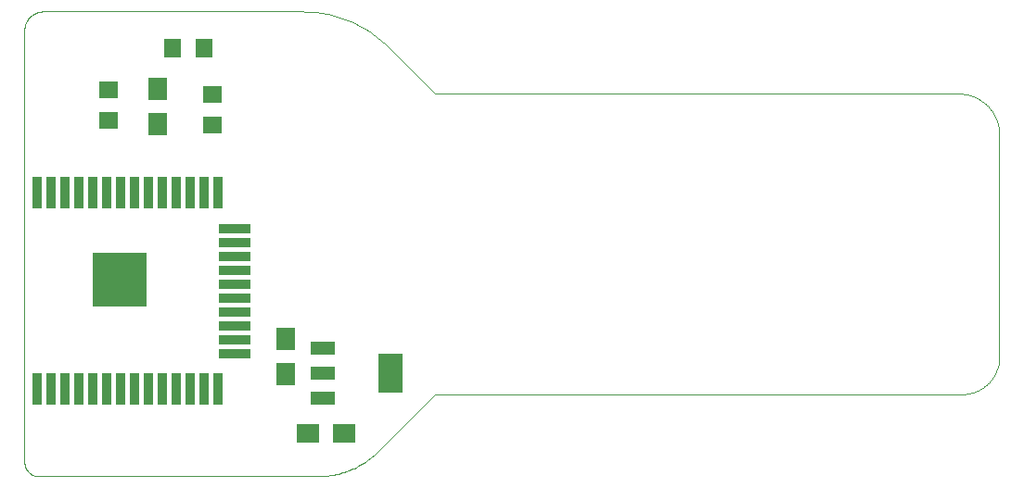
<source format=gbp>
G75*
%MOIN*%
%OFA0B0*%
%FSLAX25Y25*%
%IPPOS*%
%LPD*%
%AMOC8*
5,1,8,0,0,1.08239X$1,22.5*
%
%ADD10C,0.00000*%
%ADD11R,0.03543X0.11811*%
%ADD12R,0.11811X0.03543*%
%ADD13R,0.19685X0.19685*%
%ADD14R,0.07087X0.06299*%
%ADD15R,0.06299X0.07098*%
%ADD16R,0.08800X0.04800*%
%ADD17R,0.08661X0.14173*%
%ADD18R,0.08465X0.07087*%
%ADD19R,0.07087X0.08465*%
D10*
X0031261Y0021669D02*
X0131325Y0021669D01*
X0153242Y0030748D02*
X0173691Y0051197D01*
X0362808Y0051197D01*
X0362808Y0051196D02*
X0363138Y0051200D01*
X0363467Y0051212D01*
X0363796Y0051232D01*
X0364124Y0051260D01*
X0364452Y0051295D01*
X0364779Y0051339D01*
X0365104Y0051391D01*
X0365428Y0051450D01*
X0365751Y0051517D01*
X0366072Y0051592D01*
X0366391Y0051675D01*
X0366708Y0051765D01*
X0367023Y0051864D01*
X0367335Y0051969D01*
X0367644Y0052082D01*
X0367951Y0052203D01*
X0368255Y0052331D01*
X0368555Y0052466D01*
X0368853Y0052609D01*
X0369146Y0052758D01*
X0369436Y0052915D01*
X0369722Y0053079D01*
X0370004Y0053249D01*
X0370282Y0053426D01*
X0370556Y0053610D01*
X0370825Y0053801D01*
X0371089Y0053998D01*
X0371349Y0054201D01*
X0371603Y0054410D01*
X0371852Y0054626D01*
X0372096Y0054848D01*
X0372335Y0055075D01*
X0372568Y0055308D01*
X0372795Y0055547D01*
X0373017Y0055791D01*
X0373233Y0056040D01*
X0373442Y0056294D01*
X0373645Y0056554D01*
X0373842Y0056818D01*
X0374033Y0057087D01*
X0374217Y0057361D01*
X0374394Y0057639D01*
X0374564Y0057921D01*
X0374728Y0058207D01*
X0374885Y0058497D01*
X0375034Y0058790D01*
X0375177Y0059088D01*
X0375312Y0059388D01*
X0375440Y0059692D01*
X0375561Y0059999D01*
X0375674Y0060308D01*
X0375779Y0060620D01*
X0375878Y0060935D01*
X0375968Y0061252D01*
X0376051Y0061571D01*
X0376126Y0061892D01*
X0376193Y0062215D01*
X0376252Y0062539D01*
X0376304Y0062864D01*
X0376348Y0063191D01*
X0376383Y0063519D01*
X0376411Y0063847D01*
X0376431Y0064176D01*
X0376443Y0064505D01*
X0376447Y0064835D01*
X0376447Y0144657D01*
X0376443Y0145015D01*
X0376430Y0145372D01*
X0376408Y0145730D01*
X0376378Y0146086D01*
X0376339Y0146442D01*
X0376292Y0146797D01*
X0376236Y0147150D01*
X0376171Y0147502D01*
X0376098Y0147852D01*
X0376017Y0148201D01*
X0375927Y0148547D01*
X0375829Y0148891D01*
X0375722Y0149233D01*
X0375608Y0149572D01*
X0375485Y0149908D01*
X0375354Y0150241D01*
X0375215Y0150571D01*
X0375068Y0150897D01*
X0374913Y0151220D01*
X0374751Y0151539D01*
X0374581Y0151853D01*
X0374403Y0152164D01*
X0374218Y0152470D01*
X0374025Y0152772D01*
X0373826Y0153069D01*
X0373619Y0153361D01*
X0373405Y0153648D01*
X0373184Y0153930D01*
X0372957Y0154206D01*
X0372723Y0154477D01*
X0372482Y0154741D01*
X0372236Y0155001D01*
X0371983Y0155254D01*
X0371723Y0155500D01*
X0371459Y0155741D01*
X0371188Y0155975D01*
X0370912Y0156202D01*
X0370630Y0156423D01*
X0370343Y0156637D01*
X0370051Y0156844D01*
X0369754Y0157043D01*
X0369452Y0157236D01*
X0369146Y0157421D01*
X0368835Y0157599D01*
X0368521Y0157769D01*
X0368202Y0157931D01*
X0367879Y0158086D01*
X0367553Y0158233D01*
X0367223Y0158372D01*
X0366890Y0158503D01*
X0366554Y0158626D01*
X0366215Y0158740D01*
X0365873Y0158847D01*
X0365529Y0158945D01*
X0365183Y0159035D01*
X0364834Y0159116D01*
X0364484Y0159189D01*
X0364132Y0159254D01*
X0363779Y0159310D01*
X0363424Y0159357D01*
X0363068Y0159396D01*
X0362712Y0159426D01*
X0362354Y0159448D01*
X0361997Y0159461D01*
X0361639Y0159465D01*
X0173691Y0159465D01*
X0157002Y0176154D01*
X0126007Y0188992D02*
X0032774Y0188992D01*
X0032612Y0188990D01*
X0032449Y0188984D01*
X0032287Y0188974D01*
X0032125Y0188961D01*
X0031964Y0188943D01*
X0031803Y0188921D01*
X0031642Y0188896D01*
X0031483Y0188867D01*
X0031324Y0188834D01*
X0031166Y0188797D01*
X0031008Y0188756D01*
X0030852Y0188711D01*
X0030697Y0188663D01*
X0030543Y0188611D01*
X0030391Y0188555D01*
X0030240Y0188496D01*
X0030090Y0188433D01*
X0029942Y0188366D01*
X0029795Y0188296D01*
X0029651Y0188222D01*
X0029508Y0188145D01*
X0029367Y0188064D01*
X0029228Y0187980D01*
X0029091Y0187893D01*
X0028956Y0187802D01*
X0028823Y0187708D01*
X0028693Y0187611D01*
X0028565Y0187511D01*
X0028440Y0187408D01*
X0028317Y0187302D01*
X0028197Y0187193D01*
X0028079Y0187081D01*
X0027964Y0186966D01*
X0027852Y0186848D01*
X0027743Y0186728D01*
X0027637Y0186605D01*
X0027534Y0186480D01*
X0027434Y0186352D01*
X0027337Y0186222D01*
X0027243Y0186089D01*
X0027152Y0185954D01*
X0027065Y0185817D01*
X0026981Y0185678D01*
X0026900Y0185537D01*
X0026823Y0185394D01*
X0026749Y0185250D01*
X0026679Y0185103D01*
X0026612Y0184955D01*
X0026549Y0184805D01*
X0026490Y0184654D01*
X0026434Y0184502D01*
X0026382Y0184348D01*
X0026334Y0184193D01*
X0026289Y0184037D01*
X0026248Y0183879D01*
X0026211Y0183721D01*
X0026178Y0183562D01*
X0026149Y0183403D01*
X0026124Y0183242D01*
X0026102Y0183081D01*
X0026084Y0182920D01*
X0026071Y0182758D01*
X0026061Y0182596D01*
X0026055Y0182433D01*
X0026053Y0182271D01*
X0026053Y0026877D01*
X0026055Y0026733D01*
X0026061Y0026590D01*
X0026071Y0026447D01*
X0026085Y0026304D01*
X0026102Y0026162D01*
X0026124Y0026020D01*
X0026150Y0025879D01*
X0026179Y0025738D01*
X0026212Y0025599D01*
X0026250Y0025460D01*
X0026290Y0025322D01*
X0026335Y0025186D01*
X0026384Y0025051D01*
X0026436Y0024917D01*
X0026492Y0024785D01*
X0026551Y0024654D01*
X0026614Y0024525D01*
X0026681Y0024398D01*
X0026751Y0024273D01*
X0026824Y0024150D01*
X0026901Y0024028D01*
X0026981Y0023909D01*
X0027065Y0023793D01*
X0027151Y0023678D01*
X0027241Y0023566D01*
X0027334Y0023457D01*
X0027429Y0023350D01*
X0027528Y0023245D01*
X0027629Y0023144D01*
X0027734Y0023045D01*
X0027841Y0022950D01*
X0027950Y0022857D01*
X0028062Y0022767D01*
X0028177Y0022681D01*
X0028293Y0022597D01*
X0028412Y0022517D01*
X0028534Y0022440D01*
X0028657Y0022367D01*
X0028782Y0022297D01*
X0028909Y0022230D01*
X0029038Y0022167D01*
X0029169Y0022108D01*
X0029301Y0022052D01*
X0029435Y0022000D01*
X0029570Y0021951D01*
X0029706Y0021906D01*
X0029844Y0021866D01*
X0029983Y0021828D01*
X0030122Y0021795D01*
X0030263Y0021766D01*
X0030404Y0021740D01*
X0030546Y0021718D01*
X0030688Y0021701D01*
X0030831Y0021687D01*
X0030974Y0021677D01*
X0031117Y0021671D01*
X0031261Y0021669D01*
X0131325Y0021669D02*
X0132086Y0021678D01*
X0132846Y0021706D01*
X0133605Y0021753D01*
X0134363Y0021818D01*
X0135119Y0021902D01*
X0135873Y0022004D01*
X0136624Y0022125D01*
X0137372Y0022265D01*
X0138116Y0022422D01*
X0138856Y0022598D01*
X0139592Y0022792D01*
X0140323Y0023004D01*
X0141048Y0023233D01*
X0141767Y0023481D01*
X0142480Y0023746D01*
X0143187Y0024028D01*
X0143886Y0024328D01*
X0144577Y0024645D01*
X0145261Y0024979D01*
X0145936Y0025329D01*
X0146603Y0025696D01*
X0147260Y0026079D01*
X0147908Y0026478D01*
X0148545Y0026893D01*
X0149173Y0027323D01*
X0149789Y0027769D01*
X0150395Y0028229D01*
X0150989Y0028705D01*
X0151571Y0029195D01*
X0152141Y0029698D01*
X0152698Y0030216D01*
X0153242Y0030748D01*
X0157001Y0176154D02*
X0156255Y0176883D01*
X0155491Y0177594D01*
X0154711Y0178286D01*
X0153914Y0178960D01*
X0153102Y0179614D01*
X0152275Y0180249D01*
X0151432Y0180864D01*
X0150575Y0181459D01*
X0149704Y0182034D01*
X0148820Y0182587D01*
X0147923Y0183120D01*
X0147013Y0183630D01*
X0146092Y0184119D01*
X0145159Y0184586D01*
X0144215Y0185031D01*
X0143261Y0185453D01*
X0142298Y0185852D01*
X0141325Y0186228D01*
X0140343Y0186581D01*
X0139353Y0186911D01*
X0138356Y0187216D01*
X0137352Y0187498D01*
X0136341Y0187756D01*
X0135324Y0187990D01*
X0134302Y0188200D01*
X0133276Y0188385D01*
X0132245Y0188546D01*
X0131211Y0188682D01*
X0130173Y0188794D01*
X0129134Y0188880D01*
X0128093Y0188942D01*
X0127050Y0188980D01*
X0126007Y0188992D01*
D11*
X0095738Y0123913D03*
X0090738Y0123913D03*
X0085738Y0123913D03*
X0080738Y0123913D03*
X0075738Y0123913D03*
X0070738Y0123913D03*
X0065738Y0123913D03*
X0060738Y0123913D03*
X0055738Y0123913D03*
X0050738Y0123913D03*
X0045738Y0123913D03*
X0040738Y0123913D03*
X0035738Y0123913D03*
X0030738Y0123913D03*
X0030738Y0053047D03*
X0035738Y0053047D03*
X0040738Y0053047D03*
X0045738Y0053047D03*
X0050738Y0053047D03*
X0055738Y0053047D03*
X0060738Y0053047D03*
X0065738Y0053047D03*
X0070738Y0053047D03*
X0075738Y0053047D03*
X0080738Y0053047D03*
X0085738Y0053047D03*
X0090738Y0053047D03*
X0095738Y0053047D03*
D12*
X0101644Y0065980D03*
X0101644Y0070980D03*
X0101644Y0075980D03*
X0101644Y0080980D03*
X0101644Y0085980D03*
X0101644Y0090980D03*
X0101644Y0095980D03*
X0101644Y0100980D03*
X0101644Y0105980D03*
X0101644Y0110980D03*
D13*
X0060305Y0092417D03*
D14*
X0093533Y0148205D03*
X0093533Y0159228D03*
X0056211Y0160882D03*
X0056211Y0149858D03*
D15*
X0079352Y0175764D03*
X0090549Y0175764D03*
D16*
X0133381Y0067974D03*
X0133381Y0058874D03*
X0133381Y0049774D03*
D17*
X0157781Y0058874D03*
D18*
X0140915Y0037220D03*
X0128120Y0037220D03*
D19*
X0119951Y0058382D03*
X0119951Y0071177D03*
X0074085Y0148343D03*
X0074085Y0161138D03*
M02*

</source>
